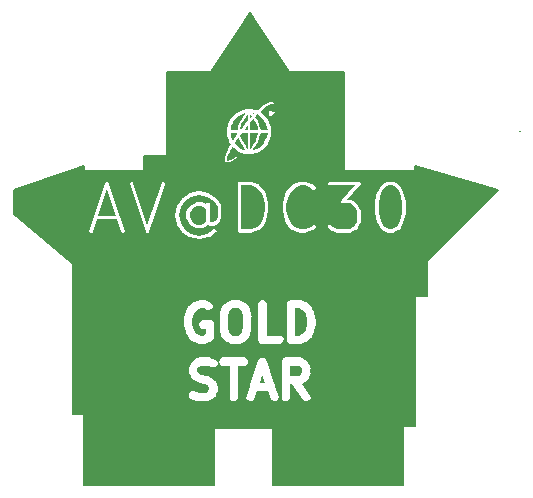
<source format=gts>
G04 #@! TF.GenerationSoftware,KiCad,Pcbnew,(6.99.0-1934-gfe17dca71f)*
G04 #@! TF.CreationDate,2022-05-23T00:26:23-05:00*
G04 #@! TF.ProjectId,gold_star_v2_SAO,676f6c64-5f73-4746-9172-5f76325f5341,rev?*
G04 #@! TF.SameCoordinates,Original*
G04 #@! TF.FileFunction,Soldermask,Top*
G04 #@! TF.FilePolarity,Negative*
%FSLAX46Y46*%
G04 Gerber Fmt 4.6, Leading zero omitted, Abs format (unit mm)*
G04 Created by KiCad (PCBNEW (6.99.0-1934-gfe17dca71f)) date 2022-05-23 00:26:23*
%MOMM*%
%LPD*%
G01*
G04 APERTURE LIST*
%ADD10C,0.150000*%
%ADD11C,0.300000*%
%ADD12C,0.700000*%
%ADD13R,1.700000X1.700000*%
%ADD14O,1.700000X1.700000*%
G04 APERTURE END LIST*
D10*
G36*
X120400000Y-70200000D02*
G01*
X118000000Y-70200000D01*
X118000000Y-68100000D01*
X120400000Y-68100000D01*
X120400000Y-70200000D01*
G37*
X120400000Y-70200000D02*
X118000000Y-70200000D01*
X118000000Y-68100000D01*
X120400000Y-68100000D01*
X120400000Y-70200000D01*
G36*
X129600000Y-69500000D02*
G01*
X124400000Y-69500000D01*
X124400000Y-68800000D01*
X129600000Y-68800000D01*
X129600000Y-69500000D01*
G37*
X129600000Y-69500000D02*
X124400000Y-69500000D01*
X124400000Y-68800000D01*
X129600000Y-68800000D01*
X129600000Y-69500000D01*
G36*
X124500000Y-69500000D02*
G01*
X123900000Y-69500000D01*
X123900000Y-63300000D01*
X124500000Y-63300000D01*
X124500000Y-69500000D01*
G37*
X124500000Y-69500000D02*
X123900000Y-69500000D01*
X123900000Y-63300000D01*
X124500000Y-63300000D01*
X124500000Y-69500000D01*
G36*
X130100000Y-69500000D02*
G01*
X129400000Y-69500000D01*
X129400000Y-63200000D01*
X130100000Y-63200000D01*
X130100000Y-69500000D01*
G37*
X130100000Y-69500000D02*
X129400000Y-69500000D01*
X129400000Y-63200000D01*
X130100000Y-63200000D01*
X130100000Y-69500000D01*
G36*
X130800000Y-63400000D02*
G01*
X123800000Y-63400000D01*
X123800000Y-61800000D01*
X130800000Y-61800000D01*
X130800000Y-63400000D01*
G37*
X130800000Y-63400000D02*
X123800000Y-63400000D01*
X123800000Y-61800000D01*
X130800000Y-61800000D01*
X130800000Y-63400000D01*
G36*
X141000000Y-91000000D02*
G01*
X134000000Y-91000000D01*
X134000000Y-79000000D01*
X141000000Y-79000000D01*
X141000000Y-91000000D01*
G37*
X141000000Y-91000000D02*
X134000000Y-91000000D01*
X134000000Y-79000000D01*
X141000000Y-79000000D01*
X141000000Y-91000000D01*
G36*
X120000000Y-90000000D02*
G01*
X112000000Y-90000000D01*
X112000000Y-79000000D01*
X120000000Y-79000000D01*
X120000000Y-90000000D01*
G37*
X120000000Y-90000000D02*
X112000000Y-90000000D01*
X112000000Y-79000000D01*
X120000000Y-79000000D01*
X120000000Y-90000000D01*
G36*
X124000000Y-96000000D02*
G01*
X113000000Y-96000000D01*
X113000000Y-90000000D01*
X124000000Y-90000000D01*
X124000000Y-96000000D01*
G37*
X124000000Y-96000000D02*
X113000000Y-96000000D01*
X113000000Y-90000000D01*
X124000000Y-90000000D01*
X124000000Y-96000000D01*
G36*
X140000000Y-96000000D02*
G01*
X129000000Y-96000000D01*
X129000000Y-90000000D01*
X140000000Y-90000000D01*
X140000000Y-96000000D01*
G37*
X140000000Y-96000000D02*
X129000000Y-96000000D01*
X129000000Y-90000000D01*
X140000000Y-90000000D01*
X140000000Y-96000000D01*
G36*
X142000000Y-80000000D02*
G01*
X112000000Y-80000000D01*
X112000000Y-76000000D01*
X142000000Y-76000000D01*
X142000000Y-80000000D01*
G37*
X142000000Y-80000000D02*
X112000000Y-80000000D01*
X112000000Y-76000000D01*
X142000000Y-76000000D01*
X142000000Y-80000000D01*
G36*
X135000000Y-70000000D02*
G01*
X130000000Y-70000000D01*
X130000000Y-61000000D01*
X135000000Y-61000000D01*
X135000000Y-70000000D01*
G37*
X135000000Y-70000000D02*
X130000000Y-70000000D01*
X130000000Y-61000000D01*
X135000000Y-61000000D01*
X135000000Y-70000000D01*
G36*
X124000000Y-70000000D02*
G01*
X120000000Y-70000000D01*
X120000000Y-61000000D01*
X124000000Y-61000000D01*
X124000000Y-70000000D01*
G37*
X124000000Y-70000000D02*
X120000000Y-70000000D01*
X120000000Y-61000000D01*
X124000000Y-61000000D01*
X124000000Y-70000000D01*
G36*
X113000000Y-78000000D02*
G01*
X107000000Y-73000000D01*
X107000000Y-71000000D01*
X113000000Y-69000000D01*
X113000000Y-78000000D01*
G37*
X113000000Y-78000000D02*
X107000000Y-73000000D01*
X107000000Y-71000000D01*
X113000000Y-69000000D01*
X113000000Y-78000000D01*
G36*
X131000000Y-62000000D02*
G01*
X123000000Y-62000000D01*
X127000000Y-56000000D01*
X131000000Y-62000000D01*
G37*
X131000000Y-62000000D02*
X123000000Y-62000000D01*
X127000000Y-56000000D01*
X131000000Y-62000000D01*
G36*
X148000000Y-71000000D02*
G01*
X141000000Y-78000000D01*
X141000000Y-69000000D01*
X148000000Y-71000000D01*
G37*
X148000000Y-71000000D02*
X141000000Y-78000000D01*
X141000000Y-69000000D01*
X148000000Y-71000000D01*
X149860000Y-66040000D02*
X149860000Y-66040000D01*
X149860000Y-66040000D02*
X149860000Y-66040000D01*
X149860000Y-66040000D02*
X149860000Y-66040000D01*
X149860000Y-66040000D02*
X149860000Y-66040000D01*
X149860000Y-66040000D02*
X149860000Y-66040000D01*
X149860000Y-66040000D02*
X149860000Y-66040000D01*
X149860000Y-66040000D02*
X149860000Y-66040000D01*
X149860000Y-66040000D02*
X149860000Y-66040000D01*
D11*
G36*
X142084524Y-76675000D02*
G01*
X111915477Y-76675000D01*
X111915477Y-74508117D01*
X113419934Y-74508117D01*
X113464849Y-74583894D01*
X113543603Y-74623360D01*
X113631189Y-74613983D01*
X113699804Y-74558741D01*
X114060495Y-73476666D01*
X115749030Y-73476666D01*
X116102614Y-74537418D01*
X116140056Y-74591294D01*
X116221455Y-74624967D01*
X116308137Y-74609288D01*
X116372580Y-74549234D01*
X116394326Y-74463872D01*
X116010666Y-73312893D01*
X116011885Y-73304417D01*
X115996912Y-73271632D01*
X115064759Y-70475173D01*
X116843770Y-70475173D01*
X118182450Y-74491214D01*
X118181838Y-74508117D01*
X118196110Y-74532196D01*
X118197851Y-74537418D01*
X118207059Y-74550668D01*
X118226753Y-74583894D01*
X118231965Y-74586506D01*
X118235293Y-74591295D01*
X118270980Y-74606058D01*
X118305507Y-74623360D01*
X118311306Y-74622739D01*
X118316692Y-74624967D01*
X118354683Y-74618095D01*
X118393093Y-74613983D01*
X118397635Y-74610326D01*
X118403374Y-74609288D01*
X118431630Y-74582957D01*
X118461708Y-74558741D01*
X118463552Y-74553210D01*
X118467817Y-74549235D01*
X118477349Y-74511818D01*
X118938008Y-73129841D01*
X120653319Y-73129841D01*
X120660271Y-73157650D01*
X120661435Y-73186289D01*
X120670750Y-73199565D01*
X120850309Y-73917799D01*
X120850760Y-73944653D01*
X120872797Y-73977709D01*
X120892909Y-74011989D01*
X120897050Y-74014087D01*
X121248785Y-74541688D01*
X121261100Y-74569899D01*
X121290923Y-74589781D01*
X121318408Y-74612800D01*
X121327103Y-74613901D01*
X121854873Y-74965748D01*
X121873271Y-74985315D01*
X121911814Y-74994951D01*
X121949753Y-75006787D01*
X121954228Y-75005554D01*
X122671978Y-75184991D01*
X122707936Y-75197156D01*
X122735745Y-75190204D01*
X122764385Y-75189040D01*
X122777662Y-75179725D01*
X123495894Y-75000166D01*
X123522748Y-74999715D01*
X123555804Y-74977677D01*
X123590084Y-74957566D01*
X123592182Y-74953426D01*
X124148769Y-74582367D01*
X124190896Y-74532068D01*
X124196000Y-74491772D01*
X125988114Y-74491772D01*
X126001955Y-74522078D01*
X126011340Y-74554043D01*
X126019966Y-74561517D01*
X126024707Y-74571899D01*
X126052735Y-74589911D01*
X126077913Y-74611728D01*
X126089210Y-74613352D01*
X126098812Y-74619523D01*
X126132125Y-74619523D01*
X126165105Y-74624265D01*
X126175488Y-74619523D01*
X127076432Y-74619523D01*
X127100887Y-74625753D01*
X127140073Y-74612691D01*
X127179757Y-74601039D01*
X127181677Y-74598823D01*
X127706435Y-74423904D01*
X127741588Y-74416257D01*
X127763262Y-74394583D01*
X127788438Y-74377087D01*
X127793856Y-74363989D01*
X128140386Y-74017459D01*
X128162085Y-74004571D01*
X128180563Y-73967615D01*
X128200378Y-73931327D01*
X128200169Y-73928404D01*
X128360312Y-73608119D01*
X128372934Y-73596251D01*
X128379622Y-73569499D01*
X128381905Y-73564933D01*
X128384838Y-73548636D01*
X128568104Y-72815568D01*
X128578571Y-72799282D01*
X128578571Y-72773702D01*
X128579323Y-72770694D01*
X128578571Y-72752189D01*
X128578571Y-72748889D01*
X129796176Y-72748889D01*
X129802380Y-72773705D01*
X129802380Y-72776806D01*
X129807599Y-72794579D01*
X129990855Y-73527603D01*
X129988995Y-73544830D01*
X130001328Y-73569497D01*
X130002566Y-73574447D01*
X130010942Y-73588723D01*
X130190758Y-73948355D01*
X130196123Y-73973017D01*
X130225335Y-74002229D01*
X130253500Y-74032508D01*
X130256340Y-74033234D01*
X130602508Y-74379402D01*
X130625067Y-74407422D01*
X130654148Y-74417116D01*
X130681053Y-74431807D01*
X130695189Y-74430796D01*
X131220439Y-74605879D01*
X131241670Y-74619523D01*
X131282983Y-74619523D01*
X131324308Y-74621018D01*
X131326830Y-74619523D01*
X131647861Y-74619523D01*
X131672316Y-74625753D01*
X131711502Y-74612691D01*
X131751186Y-74601039D01*
X131753106Y-74598823D01*
X132277864Y-74423904D01*
X132313017Y-74416257D01*
X132334691Y-74394583D01*
X132359867Y-74377087D01*
X132365285Y-74363989D01*
X132549888Y-74179386D01*
X132581332Y-74121802D01*
X132578157Y-74077418D01*
X133605969Y-74077418D01*
X133624694Y-74163493D01*
X133833016Y-74371815D01*
X133845904Y-74393514D01*
X133882855Y-74411990D01*
X133919149Y-74431808D01*
X133922074Y-74431599D01*
X134259031Y-74600077D01*
X134289289Y-74619523D01*
X134319940Y-74619523D01*
X134350114Y-74624953D01*
X134363206Y-74619523D01*
X135468114Y-74619523D01*
X135503878Y-74623384D01*
X135531293Y-74609676D01*
X135560710Y-74601039D01*
X135569992Y-74590327D01*
X135907403Y-74421622D01*
X135932064Y-74416257D01*
X135961281Y-74387040D01*
X135991554Y-74358880D01*
X135992280Y-74356041D01*
X136140386Y-74207935D01*
X136162085Y-74195047D01*
X136180562Y-74158093D01*
X136200379Y-74121802D01*
X136200170Y-74118878D01*
X136368649Y-73781922D01*
X136388095Y-73751663D01*
X136388095Y-73721012D01*
X136393525Y-73690838D01*
X136388095Y-73677746D01*
X136388095Y-72939365D01*
X137605700Y-72939365D01*
X137611904Y-72964181D01*
X137611904Y-72967282D01*
X137617122Y-72985055D01*
X137800379Y-73718080D01*
X137798519Y-73735307D01*
X137810852Y-73759974D01*
X137812090Y-73764924D01*
X137820466Y-73779201D01*
X138000282Y-74138831D01*
X138005647Y-74163493D01*
X138034859Y-74192705D01*
X138063024Y-74222984D01*
X138065864Y-74223710D01*
X138213969Y-74371815D01*
X138226857Y-74393514D01*
X138263807Y-74411989D01*
X138300102Y-74431808D01*
X138303027Y-74431599D01*
X138639976Y-74600073D01*
X138670241Y-74619523D01*
X138700894Y-74619523D01*
X138731066Y-74624953D01*
X138744158Y-74619523D01*
X139087162Y-74619523D01*
X139122926Y-74623384D01*
X139150341Y-74609676D01*
X139179758Y-74601039D01*
X139189040Y-74590327D01*
X139526451Y-74421622D01*
X139551112Y-74416257D01*
X139580329Y-74387040D01*
X139610602Y-74358880D01*
X139611328Y-74356041D01*
X139759434Y-74207935D01*
X139781133Y-74195047D01*
X139799608Y-74158097D01*
X139819427Y-74121802D01*
X139819218Y-74118877D01*
X139979357Y-73798598D01*
X139991981Y-73786728D01*
X139998670Y-73759972D01*
X140000951Y-73755410D01*
X140003882Y-73739125D01*
X140187152Y-73006045D01*
X140197619Y-72989758D01*
X140197619Y-72964178D01*
X140198371Y-72961170D01*
X140197619Y-72942665D01*
X140197619Y-72018021D01*
X140203823Y-71999682D01*
X140197619Y-71974866D01*
X140197619Y-71971765D01*
X140192400Y-71953991D01*
X140009143Y-71220967D01*
X140011003Y-71203740D01*
X139998669Y-71179073D01*
X139997432Y-71174123D01*
X139989057Y-71159848D01*
X139809241Y-70800215D01*
X139803876Y-70775554D01*
X139774664Y-70746342D01*
X139746499Y-70716063D01*
X139743659Y-70715337D01*
X139595556Y-70567234D01*
X139582667Y-70545533D01*
X139545704Y-70527052D01*
X139509421Y-70507239D01*
X139506497Y-70507448D01*
X139169547Y-70338973D01*
X139139282Y-70319523D01*
X139108629Y-70319523D01*
X139078457Y-70314093D01*
X139065365Y-70319523D01*
X138722361Y-70319523D01*
X138686597Y-70315662D01*
X138659182Y-70329370D01*
X138629765Y-70338007D01*
X138620483Y-70348719D01*
X138283074Y-70517425D01*
X138258411Y-70522790D01*
X138229190Y-70552011D01*
X138198920Y-70580167D01*
X138198194Y-70583007D01*
X138050091Y-70731110D01*
X138028390Y-70743999D01*
X138009909Y-70780962D01*
X137990096Y-70817245D01*
X137990305Y-70820169D01*
X137830166Y-71140447D01*
X137817541Y-71152318D01*
X137810852Y-71179076D01*
X137808571Y-71183637D01*
X137805641Y-71199920D01*
X137622371Y-71933003D01*
X137611904Y-71949289D01*
X137611904Y-71974869D01*
X137611152Y-71977877D01*
X137611904Y-71996382D01*
X137611904Y-72921026D01*
X137605700Y-72939365D01*
X136388095Y-72939365D01*
X136388095Y-72763314D01*
X136391956Y-72727550D01*
X136378248Y-72700135D01*
X136369611Y-72670718D01*
X136358899Y-72661436D01*
X136190193Y-72324027D01*
X136184828Y-72299363D01*
X136155607Y-72270142D01*
X136127451Y-72239872D01*
X136124611Y-72239146D01*
X135976506Y-72091041D01*
X135963618Y-72069342D01*
X135926666Y-72050866D01*
X135890373Y-72031048D01*
X135887449Y-72031257D01*
X135550492Y-71862779D01*
X135520234Y-71843333D01*
X135489583Y-71843333D01*
X135459409Y-71837903D01*
X135446317Y-71843333D01*
X135235326Y-71843333D01*
X136322236Y-70601150D01*
X136322615Y-70601039D01*
X136351286Y-70567950D01*
X136365184Y-70552067D01*
X136365339Y-70551732D01*
X136380300Y-70534466D01*
X136383446Y-70512584D01*
X136392727Y-70492519D01*
X136389585Y-70469891D01*
X136392837Y-70447274D01*
X136383652Y-70427162D01*
X136380612Y-70405268D01*
X136365736Y-70387931D01*
X136356244Y-70367147D01*
X136337645Y-70355194D01*
X136323249Y-70338417D01*
X136301358Y-70331874D01*
X136282139Y-70319523D01*
X136260033Y-70319523D01*
X136238851Y-70313192D01*
X136216898Y-70319523D01*
X133740336Y-70319523D01*
X133677384Y-70338007D01*
X133619699Y-70404580D01*
X133607162Y-70491772D01*
X133643755Y-70571899D01*
X133717860Y-70619523D01*
X135907529Y-70619523D01*
X134820620Y-71861706D01*
X134820241Y-71861817D01*
X134791571Y-71894905D01*
X134777672Y-71910789D01*
X134777517Y-71911124D01*
X134762556Y-71928390D01*
X134759410Y-71950270D01*
X134750128Y-71970337D01*
X134753271Y-71992968D01*
X134750019Y-72015582D01*
X134759204Y-72035693D01*
X134762244Y-72057588D01*
X134777120Y-72074925D01*
X134786612Y-72095709D01*
X134805211Y-72107662D01*
X134819607Y-72124439D01*
X134841498Y-72130982D01*
X134860717Y-72143333D01*
X134882823Y-72143333D01*
X134904005Y-72149664D01*
X134925958Y-72143333D01*
X135440780Y-72143333D01*
X135768287Y-72307086D01*
X135924340Y-72463139D01*
X136088095Y-72790648D01*
X136088095Y-73672208D01*
X135924341Y-73999716D01*
X135768288Y-74155769D01*
X135440779Y-74319523D01*
X134368743Y-74319523D01*
X134041233Y-74155768D01*
X133852719Y-73967254D01*
X133795135Y-73935810D01*
X133707272Y-73942095D01*
X133636752Y-73994884D01*
X133605969Y-74077418D01*
X132578157Y-74077418D01*
X132575047Y-74033938D01*
X132522258Y-73963419D01*
X132439724Y-73932636D01*
X132353649Y-73951361D01*
X132157067Y-74147943D01*
X131642325Y-74319523D01*
X131310057Y-74319523D01*
X130795312Y-74147942D01*
X130456611Y-73809241D01*
X130284385Y-73464790D01*
X130102380Y-72736774D01*
X130102380Y-72202274D01*
X130284383Y-71474261D01*
X130456612Y-71129805D01*
X130795313Y-70791104D01*
X131310055Y-70619523D01*
X131642326Y-70619523D01*
X132157068Y-70791105D01*
X132337756Y-70971793D01*
X132395340Y-71003237D01*
X132483204Y-70996952D01*
X132553723Y-70944163D01*
X132584506Y-70861629D01*
X132565781Y-70775554D01*
X132349872Y-70559645D01*
X132327313Y-70531625D01*
X132298233Y-70521932D01*
X132271326Y-70507239D01*
X132257189Y-70508250D01*
X131731941Y-70333167D01*
X131710710Y-70319523D01*
X131669397Y-70319523D01*
X131628072Y-70318028D01*
X131625550Y-70319523D01*
X131304518Y-70319523D01*
X131280063Y-70313293D01*
X131240871Y-70326357D01*
X131201194Y-70338007D01*
X131199274Y-70340223D01*
X130674505Y-70515146D01*
X130639362Y-70522791D01*
X130617689Y-70544464D01*
X130592513Y-70561961D01*
X130587095Y-70575058D01*
X130240567Y-70921586D01*
X130218866Y-70934475D01*
X130200385Y-70971438D01*
X130180572Y-71007721D01*
X130180781Y-71010645D01*
X130020642Y-71330923D01*
X130008017Y-71342794D01*
X130001328Y-71369552D01*
X129999047Y-71374113D01*
X129996117Y-71390396D01*
X129812847Y-72123479D01*
X129802380Y-72139765D01*
X129802380Y-72165345D01*
X129801628Y-72168353D01*
X129802380Y-72186858D01*
X129802380Y-72730550D01*
X129796176Y-72748889D01*
X128578571Y-72748889D01*
X128578571Y-72208497D01*
X128584775Y-72190158D01*
X128578571Y-72165342D01*
X128578571Y-72162241D01*
X128573352Y-72144468D01*
X128390096Y-71411444D01*
X128391956Y-71394216D01*
X128379622Y-71369548D01*
X128378385Y-71364600D01*
X128370011Y-71350327D01*
X128190192Y-70990690D01*
X128184827Y-70966029D01*
X128155607Y-70936809D01*
X128127451Y-70906539D01*
X128124611Y-70905813D01*
X127778443Y-70559645D01*
X127755884Y-70531625D01*
X127726804Y-70521932D01*
X127699897Y-70507239D01*
X127685760Y-70508250D01*
X127160512Y-70333167D01*
X127139281Y-70319523D01*
X127097968Y-70319523D01*
X127056643Y-70318028D01*
X127054121Y-70319523D01*
X126153587Y-70319523D01*
X126120607Y-70314781D01*
X126090301Y-70328622D01*
X126058336Y-70338007D01*
X126050862Y-70346633D01*
X126040480Y-70351374D01*
X126022468Y-70379402D01*
X126000651Y-70404580D01*
X125999027Y-70415877D01*
X125992856Y-70425479D01*
X125992856Y-70458792D01*
X125988114Y-70491772D01*
X125992856Y-70502155D01*
X125992856Y-74458792D01*
X125988114Y-74491772D01*
X124196000Y-74491772D01*
X124201964Y-74444678D01*
X124164030Y-74365175D01*
X124089137Y-74318804D01*
X124001060Y-74320284D01*
X123414603Y-74711256D01*
X122714286Y-74886336D01*
X122013967Y-74711257D01*
X121489119Y-74361356D01*
X121139219Y-73836508D01*
X120964139Y-73136190D01*
X121139218Y-72435872D01*
X121489118Y-71911024D01*
X122013965Y-71561125D01*
X122714285Y-71386044D01*
X123414603Y-71561123D01*
X123939452Y-71911023D01*
X124278571Y-72419702D01*
X124278571Y-73291256D01*
X124126291Y-73595816D01*
X123821731Y-73748095D01*
X123728798Y-73748095D01*
X123626190Y-73645487D01*
X123626190Y-72591827D01*
X123632125Y-72575914D01*
X123626190Y-72548632D01*
X123626190Y-72162241D01*
X123607706Y-72099289D01*
X123541133Y-72041604D01*
X123453941Y-72029067D01*
X123373814Y-72065660D01*
X123326190Y-72139765D01*
X123326190Y-72225480D01*
X123318945Y-72221524D01*
X123316020Y-72221733D01*
X122979063Y-72053255D01*
X122948805Y-72033809D01*
X122918154Y-72033809D01*
X122887980Y-72028379D01*
X122874888Y-72033809D01*
X122531884Y-72033809D01*
X122496121Y-72029948D01*
X122468706Y-72043656D01*
X122439289Y-72052293D01*
X122430007Y-72063005D01*
X122092595Y-72231711D01*
X122067935Y-72237075D01*
X122038721Y-72266288D01*
X122008444Y-72294452D01*
X122007718Y-72297292D01*
X121859612Y-72445397D01*
X121837913Y-72458285D01*
X121819436Y-72495240D01*
X121799620Y-72531529D01*
X121799829Y-72534453D01*
X121631350Y-72871412D01*
X121611904Y-72901670D01*
X121611904Y-72932321D01*
X121606474Y-72962495D01*
X121611904Y-72975587D01*
X121611904Y-73318590D01*
X121608043Y-73354354D01*
X121621751Y-73381770D01*
X121630388Y-73411186D01*
X121641100Y-73420468D01*
X121809805Y-73757880D01*
X121815170Y-73782542D01*
X121844397Y-73811768D01*
X121872547Y-73842031D01*
X121875385Y-73842757D01*
X122023493Y-73990863D01*
X122036381Y-74012562D01*
X122073339Y-74031041D01*
X122109626Y-74050855D01*
X122112549Y-74050646D01*
X122449500Y-74219121D01*
X122479765Y-74238571D01*
X122510418Y-74238571D01*
X122540590Y-74244001D01*
X122553682Y-74238571D01*
X122896685Y-74238571D01*
X122932449Y-74242432D01*
X122959865Y-74228724D01*
X122989281Y-74220087D01*
X122998563Y-74209375D01*
X123335975Y-74040670D01*
X123360636Y-74035305D01*
X123389853Y-74006088D01*
X123420126Y-73977928D01*
X123420852Y-73975089D01*
X123476190Y-73919751D01*
X123541462Y-73985023D01*
X123548517Y-74000471D01*
X123572004Y-74015565D01*
X123575851Y-74019412D01*
X123590081Y-74027182D01*
X123622622Y-74048095D01*
X123628379Y-74048095D01*
X123633435Y-74050856D01*
X123672034Y-74048095D01*
X123849066Y-74048095D01*
X123884830Y-74051956D01*
X123912246Y-74038248D01*
X123941662Y-74029611D01*
X123950944Y-74018899D01*
X124270997Y-73858873D01*
X124276825Y-73859079D01*
X124310029Y-73839357D01*
X124324468Y-73832138D01*
X124328502Y-73828385D01*
X124352562Y-73814095D01*
X124360124Y-73798970D01*
X124372507Y-73787452D01*
X124379440Y-73760338D01*
X124559125Y-73400968D01*
X124578571Y-73370710D01*
X124578571Y-73340059D01*
X124584001Y-73309885D01*
X124578571Y-73296793D01*
X124578571Y-72416964D01*
X124579290Y-72415803D01*
X124578571Y-72373015D01*
X124578571Y-72352717D01*
X124578209Y-72351485D01*
X124577810Y-72327727D01*
X124566057Y-72310098D01*
X124560087Y-72289765D01*
X124542128Y-72274203D01*
X124179784Y-71730688D01*
X124167471Y-71702481D01*
X124137653Y-71682602D01*
X124110164Y-71659580D01*
X124101467Y-71658478D01*
X123573700Y-71306633D01*
X123555300Y-71287065D01*
X123516753Y-71277428D01*
X123478817Y-71265593D01*
X123474342Y-71266826D01*
X122756592Y-71087389D01*
X122720634Y-71075224D01*
X122692825Y-71082176D01*
X122664186Y-71083340D01*
X122650910Y-71092655D01*
X121932678Y-71272213D01*
X121905822Y-71272665D01*
X121872761Y-71294705D01*
X121838486Y-71314814D01*
X121836388Y-71318954D01*
X121308782Y-71670692D01*
X121280576Y-71683005D01*
X121260695Y-71712826D01*
X121237675Y-71740313D01*
X121236574Y-71749008D01*
X120884727Y-72276777D01*
X120865160Y-72295175D01*
X120855524Y-72333719D01*
X120843688Y-72371658D01*
X120844921Y-72376133D01*
X120665484Y-73093883D01*
X120653319Y-73129841D01*
X118938008Y-73129841D01*
X119815790Y-70496496D01*
X119818161Y-70430930D01*
X119773246Y-70355153D01*
X119694493Y-70315687D01*
X119606906Y-70325063D01*
X119538292Y-70380305D01*
X118333333Y-73995182D01*
X117135482Y-70401628D01*
X117098039Y-70347751D01*
X117016641Y-70314079D01*
X116929959Y-70329758D01*
X116865516Y-70389811D01*
X116843770Y-70475173D01*
X115064759Y-70475173D01*
X115055645Y-70447832D01*
X115056257Y-70430929D01*
X115041985Y-70406851D01*
X115040244Y-70401628D01*
X115031034Y-70388375D01*
X115011341Y-70355152D01*
X115006129Y-70352540D01*
X115002801Y-70347751D01*
X114967115Y-70332989D01*
X114932588Y-70315686D01*
X114926789Y-70316307D01*
X114921403Y-70314079D01*
X114883412Y-70320951D01*
X114845002Y-70325063D01*
X114840460Y-70328720D01*
X114834721Y-70329758D01*
X114806465Y-70356089D01*
X114776387Y-70380305D01*
X114774543Y-70385836D01*
X114770278Y-70389811D01*
X114760746Y-70427228D01*
X113819503Y-73250959D01*
X113810176Y-73261723D01*
X113805823Y-73291999D01*
X113422306Y-74442550D01*
X113419934Y-74508117D01*
X111915477Y-74508117D01*
X111915477Y-69325000D01*
X142084524Y-69325000D01*
X142084524Y-76675000D01*
G37*
G36*
X123196861Y-72497564D02*
G01*
X123326190Y-72626893D01*
X123326190Y-73645487D01*
X123196860Y-73774817D01*
X122869350Y-73938571D01*
X122559219Y-73938571D01*
X122231710Y-73774816D01*
X122075658Y-73618765D01*
X121911904Y-73291255D01*
X121911904Y-72981124D01*
X122075659Y-72653614D01*
X122231711Y-72497563D01*
X122559220Y-72333809D01*
X122869351Y-72333809D01*
X123196861Y-72497564D01*
G37*
G36*
X127585639Y-70791105D02*
G01*
X127924340Y-71129806D01*
X128096567Y-71474257D01*
X128278571Y-72202274D01*
X128278571Y-72736772D01*
X128096569Y-73464784D01*
X127924339Y-73809242D01*
X127585638Y-74147943D01*
X127070896Y-74319523D01*
X126292856Y-74319523D01*
X126292856Y-70619523D01*
X127070897Y-70619523D01*
X127585639Y-70791105D01*
G37*
G36*
X115649030Y-73176666D02*
G01*
X114160495Y-73176666D01*
X114904762Y-70943864D01*
X115649030Y-73176666D01*
G37*
G36*
X139387337Y-70783279D02*
G01*
X139543388Y-70939330D01*
X139715614Y-71283782D01*
X139897619Y-72011798D01*
X139897619Y-72927248D01*
X139715615Y-73655263D01*
X139543387Y-73999718D01*
X139387336Y-74155769D01*
X139059827Y-74319523D01*
X138749695Y-74319523D01*
X138422186Y-74155768D01*
X138266135Y-73999717D01*
X138093909Y-73655267D01*
X137911904Y-72927250D01*
X137911904Y-72011798D01*
X138093907Y-71283785D01*
X138266136Y-70939329D01*
X138422187Y-70783278D01*
X138749695Y-70619523D01*
X139059828Y-70619523D01*
X139387337Y-70783279D01*
G37*
D12*
G36*
X134810714Y-91255000D02*
G01*
X119189286Y-91255000D01*
X119189286Y-86142728D01*
X121851617Y-86142728D01*
X121864285Y-86173272D01*
X121864285Y-86370451D01*
X121855276Y-86453890D01*
X121887264Y-86517866D01*
X121907416Y-86586498D01*
X121932407Y-86608153D01*
X122024469Y-86792277D01*
X122036986Y-86849819D01*
X122105182Y-86918015D01*
X122170866Y-86988629D01*
X122177490Y-86990323D01*
X122221484Y-87034317D01*
X122251555Y-87084947D01*
X122337812Y-87128075D01*
X122422460Y-87174297D01*
X122429280Y-87173809D01*
X122573431Y-87245884D01*
X122601126Y-87275339D01*
X122663556Y-87290946D01*
X122674199Y-87296268D01*
X122712185Y-87303104D01*
X123234982Y-87433803D01*
X123435530Y-87534076D01*
X123498065Y-87596611D01*
X123578571Y-87757623D01*
X123578571Y-87878090D01*
X123498065Y-88039102D01*
X123435532Y-88101636D01*
X123274519Y-88182142D01*
X122699653Y-88182142D01*
X122277225Y-88041333D01*
X122124233Y-88035799D01*
X121947419Y-88140600D01*
X121855334Y-88324356D01*
X121877213Y-88528727D01*
X122006110Y-88688826D01*
X122490548Y-88850305D01*
X122540088Y-88882142D01*
X122636536Y-88882142D01*
X122732909Y-88885628D01*
X122738790Y-88882142D01*
X123338308Y-88882142D01*
X123421747Y-88891151D01*
X123485723Y-88859163D01*
X123554355Y-88839011D01*
X123576010Y-88814020D01*
X123760134Y-88721958D01*
X123817676Y-88709441D01*
X123885872Y-88641245D01*
X123956486Y-88575561D01*
X123958180Y-88568937D01*
X124002174Y-88524943D01*
X124052804Y-88494872D01*
X124095933Y-88408613D01*
X124142154Y-88323967D01*
X124141666Y-88317147D01*
X124233195Y-88134089D01*
X124278571Y-88063483D01*
X124278571Y-87991953D01*
X124291239Y-87921557D01*
X124278571Y-87891013D01*
X124278571Y-87693834D01*
X124287580Y-87610395D01*
X124255592Y-87546419D01*
X124235440Y-87477787D01*
X124210449Y-87456132D01*
X124118387Y-87272008D01*
X124105870Y-87214466D01*
X124037673Y-87146269D01*
X123971990Y-87075657D01*
X123965367Y-87073963D01*
X123921373Y-87029970D01*
X123891301Y-86979338D01*
X123805037Y-86936206D01*
X123720396Y-86889988D01*
X123713576Y-86890476D01*
X123569427Y-86818402D01*
X123541731Y-86788946D01*
X123479299Y-86773338D01*
X123468657Y-86768017D01*
X123430674Y-86761182D01*
X122907873Y-86630482D01*
X122707325Y-86530208D01*
X122644791Y-86467675D01*
X122564285Y-86306662D01*
X122564285Y-86186195D01*
X122644790Y-86025184D01*
X122707325Y-85962649D01*
X122868338Y-85882142D01*
X123443203Y-85882142D01*
X123865631Y-86022952D01*
X124018623Y-86028486D01*
X124195436Y-85923685D01*
X124287522Y-85739930D01*
X124270835Y-85584055D01*
X124424651Y-85584055D01*
X124510035Y-85771019D01*
X124682945Y-85882142D01*
X125292857Y-85882142D01*
X125292857Y-88582464D01*
X125335988Y-88729355D01*
X125491324Y-88863954D01*
X125694770Y-88893205D01*
X125881734Y-88807821D01*
X125992857Y-88634911D01*
X125992857Y-88622194D01*
X126717942Y-88622194D01*
X126822743Y-88799008D01*
X127006499Y-88891093D01*
X127210869Y-88869214D01*
X127370969Y-88740317D01*
X127609408Y-88025000D01*
X128533448Y-88025000D01*
X128755302Y-88690562D01*
X128842671Y-88816275D01*
X129032599Y-88894846D01*
X129234855Y-88858260D01*
X129385224Y-88718135D01*
X129435966Y-88518958D01*
X129143934Y-87642862D01*
X129146777Y-87623087D01*
X129111847Y-87546601D01*
X128981475Y-87155484D01*
X129710365Y-87155484D01*
X129721428Y-87179708D01*
X129721428Y-88582464D01*
X129764559Y-88729355D01*
X129919895Y-88863954D01*
X130123341Y-88893205D01*
X130310305Y-88807821D01*
X130421428Y-88634911D01*
X130421428Y-87453571D01*
X130603485Y-87453571D01*
X131527840Y-88774079D01*
X131647411Y-88869683D01*
X131851855Y-88890871D01*
X132035299Y-88798166D01*
X132139501Y-88621000D01*
X132131379Y-88415622D01*
X131420488Y-87400064D01*
X131433153Y-87385449D01*
X131617277Y-87293387D01*
X131674819Y-87280870D01*
X131743015Y-87212674D01*
X131813629Y-87146990D01*
X131815323Y-87140366D01*
X131859317Y-87096372D01*
X131909947Y-87066301D01*
X131953075Y-86980044D01*
X131999297Y-86895396D01*
X131998809Y-86888576D01*
X132090338Y-86705517D01*
X132135714Y-86634911D01*
X132135714Y-86563381D01*
X132148382Y-86492985D01*
X132135714Y-86462441D01*
X132135714Y-86122405D01*
X132144723Y-86038966D01*
X132112735Y-85974990D01*
X132092583Y-85906358D01*
X132067592Y-85884703D01*
X131975530Y-85700580D01*
X131963013Y-85643038D01*
X131894821Y-85574846D01*
X131829133Y-85504228D01*
X131822508Y-85502534D01*
X131778516Y-85458541D01*
X131748444Y-85407910D01*
X131662173Y-85364774D01*
X131577539Y-85318560D01*
X131570720Y-85319048D01*
X131387658Y-85227516D01*
X131317054Y-85182142D01*
X131245525Y-85182142D01*
X131175129Y-85169474D01*
X131144585Y-85182142D01*
X130096460Y-85182142D01*
X130019515Y-85171079D01*
X129948804Y-85203372D01*
X129874215Y-85225273D01*
X129856775Y-85245400D01*
X129832551Y-85256463D01*
X129790524Y-85321857D01*
X129739616Y-85380609D01*
X129735826Y-85406969D01*
X129721428Y-85429373D01*
X129721428Y-85507110D01*
X129710365Y-85584055D01*
X129721428Y-85608279D01*
X129721428Y-87078539D01*
X129710365Y-87155484D01*
X128981475Y-87155484D01*
X128423488Y-85481524D01*
X128424914Y-85442089D01*
X128391617Y-85385913D01*
X128387554Y-85373723D01*
X128366064Y-85342801D01*
X128320113Y-85265276D01*
X128307949Y-85259180D01*
X128300185Y-85248009D01*
X128216925Y-85213566D01*
X128136357Y-85173191D01*
X128122828Y-85174639D01*
X128110257Y-85169439D01*
X128021590Y-85185477D01*
X127931987Y-85195070D01*
X127921389Y-85203602D01*
X127908001Y-85206024D01*
X127842077Y-85267456D01*
X127771887Y-85323967D01*
X127767584Y-85336875D01*
X127757632Y-85346149D01*
X127735387Y-85433467D01*
X127047093Y-87498352D01*
X127025330Y-87523467D01*
X127015173Y-87594110D01*
X126723476Y-88469202D01*
X126717942Y-88622194D01*
X125992857Y-88622194D01*
X125992857Y-85882142D01*
X126550322Y-85882142D01*
X126697213Y-85839011D01*
X126831812Y-85683675D01*
X126861063Y-85480229D01*
X126775679Y-85293265D01*
X126602769Y-85182142D01*
X125667889Y-85182142D01*
X125590944Y-85171079D01*
X125566720Y-85182142D01*
X124735392Y-85182142D01*
X124588501Y-85225273D01*
X124453902Y-85380609D01*
X124424651Y-85584055D01*
X124270835Y-85584055D01*
X124265643Y-85535559D01*
X124136747Y-85375460D01*
X123652308Y-85213979D01*
X123602768Y-85182142D01*
X123506321Y-85182142D01*
X123409947Y-85178656D01*
X123404066Y-85182142D01*
X122804551Y-85182142D01*
X122721108Y-85173133D01*
X122657131Y-85205121D01*
X122588501Y-85225273D01*
X122566846Y-85250264D01*
X122382720Y-85342327D01*
X122325180Y-85354844D01*
X122256991Y-85423033D01*
X122186370Y-85488725D01*
X122184676Y-85495348D01*
X122140684Y-85539341D01*
X122090052Y-85569413D01*
X122046919Y-85655679D01*
X122000702Y-85740318D01*
X122001190Y-85747138D01*
X121909661Y-85930196D01*
X121864285Y-86000802D01*
X121864285Y-86072332D01*
X121851617Y-86142728D01*
X119189286Y-86142728D01*
X119189286Y-82371615D01*
X121421239Y-82371615D01*
X121435714Y-82429515D01*
X121435714Y-82436750D01*
X121447888Y-82478210D01*
X121573902Y-82982267D01*
X121569562Y-83022462D01*
X121598340Y-83080017D01*
X121601226Y-83091563D01*
X121620761Y-83124860D01*
X121738755Y-83360848D01*
X121751272Y-83418390D01*
X121819465Y-83486583D01*
X121885152Y-83557200D01*
X121891776Y-83558894D01*
X122096337Y-83763454D01*
X122148968Y-83828826D01*
X122216826Y-83851445D01*
X122279605Y-83885725D01*
X122312588Y-83883366D01*
X122633406Y-83990305D01*
X122682945Y-84022142D01*
X122779392Y-84022142D01*
X122875766Y-84025628D01*
X122881647Y-84022142D01*
X123027546Y-84022142D01*
X123084612Y-84036680D01*
X123176114Y-84006179D01*
X123268641Y-83979011D01*
X123273117Y-83973845D01*
X123592809Y-83867281D01*
X123674819Y-83849441D01*
X123725397Y-83798863D01*
X123784133Y-83758043D01*
X123796774Y-83727486D01*
X123845694Y-83678566D01*
X123881734Y-83662107D01*
X123916950Y-83607310D01*
X123925927Y-83598333D01*
X123944056Y-83565133D01*
X123992857Y-83489197D01*
X123992857Y-83475761D01*
X123999297Y-83463967D01*
X123992857Y-83373930D01*
X123992857Y-82657329D01*
X124421239Y-82657329D01*
X124435714Y-82715229D01*
X124435714Y-82722464D01*
X124447888Y-82763924D01*
X124587715Y-83323233D01*
X124608415Y-83418390D01*
X124649380Y-83459355D01*
X124678695Y-83509322D01*
X124720563Y-83530538D01*
X124935771Y-83745745D01*
X124965842Y-83796375D01*
X125052099Y-83839503D01*
X125136748Y-83885725D01*
X125143567Y-83885237D01*
X125326625Y-83976766D01*
X125397231Y-84022142D01*
X125468761Y-84022142D01*
X125539157Y-84034810D01*
X125569701Y-84022142D01*
X126052594Y-84022142D01*
X126136033Y-84031151D01*
X126200009Y-83999163D01*
X126268641Y-83979011D01*
X126290296Y-83954020D01*
X126474420Y-83861958D01*
X126531962Y-83849441D01*
X126600158Y-83781245D01*
X126661640Y-83724055D01*
X127710365Y-83724055D01*
X127742658Y-83794766D01*
X127764559Y-83869355D01*
X127784686Y-83886795D01*
X127795749Y-83911019D01*
X127861143Y-83953046D01*
X127919895Y-84003954D01*
X127946255Y-84007744D01*
X127968659Y-84022142D01*
X128046396Y-84022142D01*
X128123341Y-84033205D01*
X128147565Y-84022142D01*
X129550322Y-84022142D01*
X129697213Y-83979011D01*
X129831812Y-83823675D01*
X129846135Y-83724055D01*
X130138936Y-83724055D01*
X130171229Y-83794766D01*
X130193130Y-83869355D01*
X130213257Y-83886795D01*
X130224320Y-83911019D01*
X130289714Y-83953046D01*
X130348466Y-84003954D01*
X130374826Y-84007744D01*
X130397230Y-84022142D01*
X130474967Y-84022142D01*
X130551912Y-84033205D01*
X130576136Y-84022142D01*
X131170403Y-84022142D01*
X131227469Y-84036680D01*
X131318970Y-84006180D01*
X131411498Y-83979011D01*
X131415975Y-83973845D01*
X131735667Y-83867280D01*
X131817674Y-83849441D01*
X131868252Y-83798863D01*
X131926989Y-83758042D01*
X131939629Y-83727486D01*
X132145030Y-83522087D01*
X132195661Y-83492015D01*
X132238794Y-83405748D01*
X132285010Y-83321110D01*
X132284522Y-83314292D01*
X132356598Y-83170140D01*
X132386053Y-83142445D01*
X132401660Y-83080015D01*
X132406982Y-83069372D01*
X132413818Y-83031386D01*
X132539865Y-82527194D01*
X132564285Y-82489197D01*
X132564285Y-82429516D01*
X132566040Y-82422496D01*
X132564285Y-82379315D01*
X132564285Y-82015456D01*
X132578760Y-81972670D01*
X132564285Y-81914770D01*
X132564285Y-81907535D01*
X132552111Y-81866075D01*
X132426097Y-81362018D01*
X132430437Y-81321823D01*
X132401660Y-81264269D01*
X132398773Y-81252721D01*
X132379236Y-81219420D01*
X132261243Y-80983435D01*
X132248726Y-80925894D01*
X132180534Y-80857702D01*
X132114847Y-80787085D01*
X132108223Y-80785391D01*
X131903661Y-80580830D01*
X131851032Y-80515460D01*
X131783175Y-80492841D01*
X131720394Y-80458560D01*
X131687411Y-80460919D01*
X131366594Y-80353980D01*
X131317054Y-80322142D01*
X131220607Y-80322142D01*
X131124234Y-80318656D01*
X131118353Y-80322142D01*
X130525031Y-80322142D01*
X130448086Y-80311079D01*
X130377375Y-80343372D01*
X130302786Y-80365273D01*
X130285346Y-80385400D01*
X130261122Y-80396463D01*
X130219095Y-80461857D01*
X130168187Y-80520609D01*
X130164397Y-80546969D01*
X130149999Y-80569373D01*
X130149999Y-80647110D01*
X130138936Y-80724055D01*
X130149999Y-80748279D01*
X130149999Y-83647110D01*
X130138936Y-83724055D01*
X129846135Y-83724055D01*
X129861063Y-83620229D01*
X129775679Y-83433265D01*
X129602769Y-83322142D01*
X128421428Y-83322142D01*
X128421428Y-80621820D01*
X128378297Y-80474929D01*
X128222961Y-80340330D01*
X128019515Y-80311079D01*
X127832551Y-80396463D01*
X127721428Y-80569373D01*
X127721428Y-83647110D01*
X127710365Y-83724055D01*
X126661640Y-83724055D01*
X126670772Y-83715561D01*
X126672466Y-83708937D01*
X126886545Y-83494858D01*
X126957482Y-83428159D01*
X126971533Y-83371956D01*
X126999297Y-83321109D01*
X126995949Y-83274292D01*
X127111294Y-82812908D01*
X127135714Y-82774911D01*
X127135714Y-82715230D01*
X127137469Y-82708210D01*
X127135714Y-82665029D01*
X127135714Y-81729742D01*
X127150189Y-81686956D01*
X127135714Y-81629056D01*
X127135714Y-81621820D01*
X127123539Y-81580355D01*
X126983710Y-81021038D01*
X126963013Y-80925896D01*
X126922048Y-80884931D01*
X126892732Y-80834963D01*
X126850864Y-80813747D01*
X126635659Y-80598542D01*
X126605587Y-80547910D01*
X126519316Y-80504774D01*
X126434682Y-80458560D01*
X126427863Y-80459048D01*
X126244801Y-80367516D01*
X126174197Y-80322142D01*
X126102668Y-80322142D01*
X126032272Y-80309474D01*
X126001728Y-80322142D01*
X125518836Y-80322142D01*
X125435393Y-80313133D01*
X125371416Y-80345122D01*
X125302787Y-80365273D01*
X125281132Y-80390264D01*
X125097008Y-80482327D01*
X125039468Y-80494844D01*
X124971275Y-80563037D01*
X124900657Y-80628725D01*
X124898963Y-80635348D01*
X124684904Y-80849407D01*
X124613946Y-80916125D01*
X124599895Y-80972330D01*
X124572131Y-81023175D01*
X124575479Y-81069992D01*
X124460134Y-81531376D01*
X124435714Y-81569373D01*
X124435714Y-81629054D01*
X124433959Y-81636074D01*
X124435714Y-81679255D01*
X124435714Y-82614542D01*
X124421239Y-82657329D01*
X123992857Y-82657329D01*
X123992857Y-82411460D01*
X124003920Y-82334515D01*
X123971627Y-82263804D01*
X123949726Y-82189215D01*
X123929599Y-82171775D01*
X123918536Y-82147551D01*
X123853142Y-82105524D01*
X123794390Y-82054616D01*
X123768030Y-82050826D01*
X123745626Y-82036428D01*
X123667889Y-82036428D01*
X123590944Y-82025365D01*
X123566720Y-82036428D01*
X123021106Y-82036428D01*
X122874215Y-82079559D01*
X122739616Y-82234895D01*
X122710365Y-82438341D01*
X122795749Y-82625305D01*
X122968659Y-82736428D01*
X123292857Y-82736428D01*
X123292857Y-83229400D01*
X123014631Y-83322142D01*
X122842511Y-83322142D01*
X122546207Y-83223374D01*
X122359076Y-83036244D01*
X122258803Y-82835697D01*
X122135714Y-82343341D01*
X122135714Y-82000945D01*
X122258803Y-81508587D01*
X122359077Y-81308040D01*
X122546206Y-81120912D01*
X122842513Y-81022142D01*
X123131661Y-81022142D01*
X123388483Y-81150554D01*
X123539155Y-81177668D01*
X123729013Y-81098927D01*
X123846160Y-80930041D01*
X123853404Y-80724630D01*
X123748445Y-80547911D01*
X123387660Y-80367517D01*
X123317055Y-80322142D01*
X123245526Y-80322142D01*
X123175130Y-80309474D01*
X123144585Y-80322142D01*
X122829595Y-80322142D01*
X122772529Y-80307604D01*
X122681025Y-80338106D01*
X122588501Y-80365273D01*
X122584024Y-80370439D01*
X122264329Y-80477005D01*
X122182325Y-80494844D01*
X122131749Y-80545420D01*
X122073009Y-80586243D01*
X122060368Y-80616800D01*
X121854969Y-80822198D01*
X121804338Y-80852270D01*
X121761209Y-80938529D01*
X121714988Y-81023175D01*
X121715476Y-81029995D01*
X121643400Y-81174146D01*
X121613946Y-81201841D01*
X121598339Y-81264269D01*
X121593017Y-81274913D01*
X121586181Y-81312902D01*
X121460134Y-81817090D01*
X121435714Y-81855088D01*
X121435714Y-81914769D01*
X121433959Y-81921789D01*
X121435714Y-81964970D01*
X121435714Y-82328828D01*
X121421239Y-82371615D01*
X119189286Y-82371615D01*
X119189286Y-78745000D01*
X134810714Y-78745000D01*
X134810714Y-91255000D01*
G37*
G36*
X128300115Y-87325000D02*
G01*
X127842741Y-87325000D01*
X128071428Y-86638939D01*
X128300115Y-87325000D01*
G37*
G36*
X131292674Y-85962649D02*
G01*
X131355209Y-86025184D01*
X131435714Y-86186195D01*
X131435714Y-86449519D01*
X131355208Y-86610531D01*
X131292675Y-86673065D01*
X131131662Y-86753571D01*
X130803800Y-86753571D01*
X130719573Y-86744842D01*
X130702300Y-86753571D01*
X130421428Y-86753571D01*
X130421428Y-85882142D01*
X131131661Y-85882142D01*
X131292674Y-85962649D01*
G37*
G36*
X131453792Y-81120911D02*
G01*
X131640923Y-81308041D01*
X131741196Y-81508589D01*
X131864285Y-82000943D01*
X131864285Y-82343341D01*
X131741196Y-82835698D01*
X131640922Y-83036245D01*
X131453792Y-83223374D01*
X131157488Y-83322142D01*
X130849999Y-83322142D01*
X130849999Y-81022142D01*
X131157488Y-81022142D01*
X131453792Y-81120911D01*
G37*
G36*
X126149817Y-81102649D02*
G01*
X126326820Y-81279652D01*
X126435714Y-81715229D01*
X126435714Y-82629055D01*
X126326819Y-83064635D01*
X126149819Y-83241635D01*
X125988805Y-83322142D01*
X125582624Y-83322142D01*
X125421612Y-83241636D01*
X125244608Y-83064633D01*
X125135714Y-82629055D01*
X125135714Y-81715230D01*
X125244608Y-81279651D01*
X125421612Y-81102648D01*
X125582624Y-81022142D01*
X125988804Y-81022142D01*
X126149817Y-81102649D01*
G37*
G36*
X129702128Y-63067660D02*
G01*
X129702128Y-69012340D01*
X124297873Y-69012340D01*
X124297873Y-68412964D01*
X124901334Y-68412964D01*
X124924179Y-68534281D01*
X124982525Y-68615366D01*
X125076348Y-68655993D01*
X125136400Y-68661064D01*
X125236779Y-68650133D01*
X125334922Y-68623515D01*
X125342417Y-68620508D01*
X125454558Y-68561094D01*
X125592182Y-68468092D01*
X125745499Y-68348855D01*
X125904716Y-68210736D01*
X125973192Y-68146763D01*
X126052668Y-68070141D01*
X126102013Y-68020149D01*
X126118978Y-67997605D01*
X126101310Y-68003326D01*
X126046757Y-68038129D01*
X125953070Y-68102832D01*
X125817995Y-68198251D01*
X125804017Y-68208171D01*
X125608591Y-68339004D01*
X125438951Y-68436366D01*
X125297607Y-68499365D01*
X125187068Y-68527107D01*
X125109846Y-68518698D01*
X125068451Y-68473245D01*
X125067481Y-68470346D01*
X125062492Y-68380705D01*
X125090975Y-68248667D01*
X125152931Y-68074225D01*
X125248364Y-67857371D01*
X125284093Y-67782872D01*
X125363649Y-67619054D01*
X125423717Y-67499006D01*
X125469992Y-67418679D01*
X125508168Y-67374029D01*
X125543943Y-67361007D01*
X125583010Y-67375568D01*
X125631066Y-67413665D01*
X125693806Y-67471250D01*
X125706448Y-67482783D01*
X125898432Y-67629420D01*
X126125527Y-67757748D01*
X126369621Y-67858840D01*
X126593659Y-67920121D01*
X126894750Y-67953206D01*
X127197103Y-67934888D01*
X127493059Y-67867062D01*
X127774958Y-67751628D01*
X128035142Y-67590480D01*
X128087434Y-67550104D01*
X128314515Y-67340028D01*
X128497545Y-67106848D01*
X128642680Y-66841783D01*
X128719700Y-66647979D01*
X128750469Y-66555079D01*
X128771553Y-66474612D01*
X128784752Y-66392389D01*
X128791864Y-66294222D01*
X128794688Y-66165919D01*
X128795078Y-66053511D01*
X128794150Y-65896429D01*
X128790164Y-65779185D01*
X128781323Y-65687591D01*
X128765826Y-65607457D01*
X128741876Y-65524594D01*
X128719700Y-65459042D01*
X128628092Y-65231173D01*
X128519667Y-65034184D01*
X128381474Y-64845054D01*
X128359048Y-64817933D01*
X128281865Y-64734147D01*
X128185875Y-64641889D01*
X128083572Y-64551932D01*
X127987452Y-64475048D01*
X127910010Y-64422008D01*
X127884331Y-64408682D01*
X127886034Y-64385345D01*
X127923526Y-64335422D01*
X127989828Y-64265365D01*
X128077962Y-64181624D01*
X128180948Y-64090651D01*
X128291807Y-63998896D01*
X128403559Y-63912810D01*
X128478672Y-63859316D01*
X128592247Y-63784741D01*
X128676723Y-63738151D01*
X128745078Y-63713618D01*
X128810291Y-63705214D01*
X128816438Y-63705047D01*
X128932021Y-63702660D01*
X128930649Y-63864787D01*
X128921098Y-63986711D01*
X128898200Y-64120059D01*
X128880798Y-64188510D01*
X128832319Y-64350106D01*
X128652613Y-64154012D01*
X128638037Y-64279612D01*
X128629196Y-64366395D01*
X128618703Y-64484970D01*
X128608488Y-64613208D01*
X128606087Y-64645789D01*
X128588714Y-64886366D01*
X128653599Y-64834938D01*
X128779481Y-64733559D01*
X128896356Y-64636480D01*
X128997209Y-64549825D01*
X129075025Y-64479715D01*
X129122792Y-64432271D01*
X129134681Y-64415088D01*
X129110489Y-64401276D01*
X129049133Y-64392881D01*
X129010194Y-64391702D01*
X128931353Y-64387077D01*
X128899774Y-64371952D01*
X128900582Y-64357925D01*
X128991426Y-64135265D01*
X129049558Y-63952440D01*
X129075188Y-63806427D01*
X129068524Y-63694204D01*
X129029775Y-63612748D01*
X128959152Y-63559035D01*
X128955945Y-63557548D01*
X128849429Y-63532219D01*
X128722257Y-63545178D01*
X128572357Y-63597421D01*
X128397660Y-63689944D01*
X128196092Y-63823743D01*
X127965585Y-63999814D01*
X127864730Y-64082373D01*
X127760230Y-64168312D01*
X127687392Y-64224031D01*
X127636923Y-64254570D01*
X127599532Y-64264969D01*
X127565927Y-64260270D01*
X127548230Y-64254061D01*
X127447708Y-64223812D01*
X127313715Y-64194648D01*
X127166770Y-64170069D01*
X127027389Y-64153570D01*
X126928931Y-64148511D01*
X126671611Y-64171551D01*
X126400983Y-64238470D01*
X126130089Y-64345962D01*
X126108367Y-64356424D01*
X125850526Y-64511655D01*
X125619334Y-64709633D01*
X125420533Y-64943273D01*
X125259863Y-65205488D01*
X125143064Y-65489192D01*
X125116600Y-65580638D01*
X125088157Y-65738253D01*
X125073123Y-65928248D01*
X125071500Y-66130651D01*
X125083290Y-66325488D01*
X125108496Y-66492788D01*
X125116480Y-66526383D01*
X125151878Y-66637670D01*
X125203351Y-66770048D01*
X125260636Y-66897420D01*
X125269019Y-66914329D01*
X125375873Y-67126636D01*
X125258413Y-67346669D01*
X125191247Y-67480370D01*
X125119538Y-67635577D01*
X125056780Y-67782853D01*
X125046050Y-67809894D01*
X124962246Y-68050544D01*
X124914015Y-68251643D01*
X124901334Y-68412964D01*
X124297873Y-68412964D01*
X124297873Y-63067660D01*
X129702128Y-63067660D01*
G37*
G36*
X126044105Y-66603590D02*
G01*
X126071913Y-66663126D01*
X126092344Y-66716036D01*
X126144130Y-66834775D01*
X126222054Y-66981597D01*
X126317989Y-67142795D01*
X126423806Y-67304660D01*
X126523866Y-67443661D01*
X126583059Y-67523762D01*
X126625483Y-67585562D01*
X126643833Y-67618279D01*
X126643783Y-67620669D01*
X126615607Y-67617591D01*
X126551513Y-67601315D01*
X126486596Y-67581933D01*
X126251978Y-67489212D01*
X126045778Y-67364203D01*
X125874331Y-67220135D01*
X125695413Y-67050627D01*
X125851869Y-66815526D01*
X125918044Y-66718465D01*
X125973936Y-66640901D01*
X126012566Y-66592260D01*
X126025952Y-66580425D01*
X126044105Y-66603590D01*
G37*
G36*
X128500361Y-66274567D02*
G01*
X128433625Y-66550288D01*
X128321679Y-66807641D01*
X128169614Y-67040772D01*
X127982524Y-67243828D01*
X127765504Y-67410956D01*
X127523646Y-67536301D01*
X127352814Y-67593318D01*
X127212811Y-67630250D01*
X127288799Y-67531605D01*
X127508059Y-67221839D01*
X127682257Y-66921092D01*
X127809688Y-66632744D01*
X127888650Y-66360175D01*
X127894781Y-66328723D01*
X127928065Y-66148085D01*
X128519328Y-66148085D01*
X128500361Y-66274567D01*
G37*
G36*
X126837873Y-66823617D02*
G01*
X126837364Y-67008269D01*
X126835932Y-67173677D01*
X126833720Y-67312605D01*
X126830871Y-67417818D01*
X126827527Y-67482082D01*
X126824555Y-67499149D01*
X126803744Y-67478865D01*
X126759223Y-67424557D01*
X126698885Y-67346042D01*
X126667067Y-67303245D01*
X126478453Y-67025936D01*
X126333288Y-66764441D01*
X126260933Y-66601490D01*
X126217409Y-66486658D01*
X126196350Y-66406374D01*
X126197650Y-66346081D01*
X126221203Y-66291224D01*
X126258290Y-66238455D01*
X126327219Y-66148085D01*
X126837873Y-66148085D01*
X126837873Y-66823617D01*
G37*
G36*
X127712952Y-66235904D02*
G01*
X127641567Y-66517878D01*
X127524336Y-66795836D01*
X127502709Y-66837681D01*
X127447320Y-66935886D01*
X127378724Y-67047792D01*
X127303239Y-67164227D01*
X127227185Y-67276024D01*
X127156882Y-67374013D01*
X127098648Y-67449026D01*
X127058804Y-67491894D01*
X127047287Y-67498447D01*
X127041748Y-67472830D01*
X127036787Y-67400396D01*
X127032619Y-67288371D01*
X127029463Y-67143980D01*
X127027534Y-66974448D01*
X127027021Y-66823617D01*
X127027021Y-66148085D01*
X127728224Y-66148085D01*
X127712952Y-66235904D01*
G37*
G36*
X125870995Y-66153198D02*
G01*
X125920088Y-66160038D01*
X125942077Y-66173090D01*
X125946170Y-66188229D01*
X125931778Y-66225402D01*
X125892403Y-66297318D01*
X125833752Y-66394235D01*
X125761529Y-66506411D01*
X125747256Y-66527879D01*
X125548341Y-66825558D01*
X125493079Y-66696236D01*
X125416109Y-66478008D01*
X125375449Y-66273167D01*
X125373759Y-66256170D01*
X125365213Y-66161596D01*
X125655692Y-66153926D01*
X125785846Y-66151513D01*
X125870995Y-66153198D01*
G37*
G36*
X126648724Y-64485951D02*
G01*
X126633578Y-64510621D01*
X126593028Y-64568037D01*
X126534400Y-64647942D01*
X126502401Y-64690728D01*
X126305146Y-64982076D01*
X126146655Y-65278098D01*
X126030719Y-65570638D01*
X125961126Y-65851543D01*
X125960132Y-65857606D01*
X125943722Y-65958936D01*
X125661223Y-65958936D01*
X125544666Y-65957128D01*
X125450951Y-65952240D01*
X125391406Y-65945077D01*
X125375986Y-65938670D01*
X125377364Y-65837038D01*
X125400445Y-65703900D01*
X125440992Y-65555161D01*
X125494769Y-65406727D01*
X125548354Y-65291473D01*
X125674401Y-65098810D01*
X125839473Y-64914646D01*
X126028864Y-64753295D01*
X126227872Y-64629069D01*
X126229894Y-64628046D01*
X126307363Y-64592716D01*
X126399285Y-64556178D01*
X126492508Y-64522894D01*
X126573879Y-64497327D01*
X126630245Y-64483940D01*
X126648724Y-64485951D01*
G37*
G36*
X126832267Y-65551484D02*
G01*
X126835927Y-65617622D01*
X126837768Y-65712222D01*
X126837873Y-65742766D01*
X126837873Y-65958936D01*
X126660639Y-65958936D01*
X126563378Y-65956407D01*
X126512581Y-65947759D01*
X126500857Y-65931403D01*
X126503609Y-65925160D01*
X126531289Y-65885846D01*
X126580449Y-65821849D01*
X126641923Y-65744454D01*
X126706540Y-65664947D01*
X126765131Y-65594616D01*
X126808528Y-65544745D01*
X126827406Y-65526596D01*
X126832267Y-65551484D01*
G37*
G36*
X127384378Y-65055463D02*
G01*
X127550042Y-65359323D01*
X127664755Y-65664340D01*
X127712952Y-65871117D01*
X127728224Y-65958936D01*
X127027021Y-65958936D01*
X127027119Y-65269894D01*
X127171551Y-65108506D01*
X127315982Y-64947118D01*
X127384378Y-65055463D01*
G37*
G36*
X127832558Y-64743076D02*
G01*
X128056920Y-64932576D01*
X128239206Y-65155327D01*
X128377251Y-65408193D01*
X128459740Y-65650500D01*
X128493583Y-65782446D01*
X128510199Y-65870273D01*
X128502662Y-65922913D01*
X128464047Y-65949299D01*
X128387431Y-65958362D01*
X128265888Y-65959035D01*
X128220628Y-65958936D01*
X127928065Y-65958936D01*
X127895282Y-65781016D01*
X127816285Y-65485320D01*
X127687289Y-65188346D01*
X127590709Y-65016697D01*
X127453252Y-64790521D01*
X127545429Y-64698344D01*
X127637607Y-64606167D01*
X127832558Y-64743076D01*
G37*
G36*
X126832111Y-64842750D02*
G01*
X126839859Y-65091138D01*
X126588919Y-65398581D01*
X126491397Y-65518086D01*
X126398401Y-65632086D01*
X126318974Y-65729493D01*
X126262162Y-65799216D01*
X126251582Y-65812214D01*
X126200796Y-65871212D01*
X126174192Y-65890450D01*
X126164482Y-65874105D01*
X126163763Y-65862511D01*
X126177333Y-65757779D01*
X126219332Y-65619805D01*
X126285214Y-65458163D01*
X126370430Y-65282423D01*
X126470434Y-65102160D01*
X126580677Y-64926946D01*
X126664519Y-64808383D01*
X126824362Y-64594362D01*
X126832111Y-64842750D01*
G37*
G36*
X127072229Y-64624554D02*
G01*
X127117004Y-64677419D01*
X127118200Y-64679056D01*
X127149427Y-64726726D01*
X127149813Y-64759869D01*
X127116081Y-64801187D01*
X127097934Y-64819455D01*
X127027021Y-64890367D01*
X127027021Y-64749120D01*
X127030843Y-64657634D01*
X127044710Y-64617036D01*
X127072229Y-64624554D01*
G37*
G36*
X127287251Y-64493848D02*
G01*
X127333605Y-64513044D01*
X127343962Y-64535241D01*
X127314356Y-64570008D01*
X127273727Y-64557260D01*
X127252133Y-64531084D01*
X127235645Y-64495741D01*
X127257945Y-64489117D01*
X127287251Y-64493848D01*
G37*
D13*
X124459999Y-76799999D03*
D14*
X124459999Y-79339999D03*
X126999999Y-76799999D03*
X126999999Y-79339999D03*
X129539999Y-76799999D03*
X129539999Y-79339999D03*
M02*

</source>
